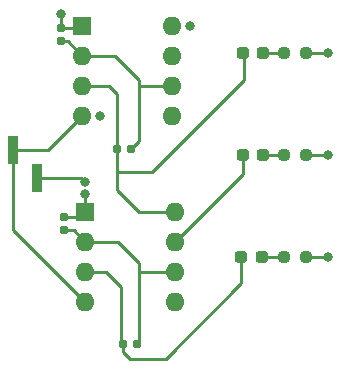
<source format=gbr>
%TF.GenerationSoftware,KiCad,Pcbnew,(6.0.1)*%
%TF.CreationDate,2022-06-16T19:17:59+05:45*%
%TF.ProjectId,Traffic Lights_555 timer,54726166-6669-4632-904c-69676874735f,rev?*%
%TF.SameCoordinates,Original*%
%TF.FileFunction,Copper,L1,Top*%
%TF.FilePolarity,Positive*%
%FSLAX46Y46*%
G04 Gerber Fmt 4.6, Leading zero omitted, Abs format (unit mm)*
G04 Created by KiCad (PCBNEW (6.0.1)) date 2022-06-16 19:17:59*
%MOMM*%
%LPD*%
G01*
G04 APERTURE LIST*
G04 Aperture macros list*
%AMRoundRect*
0 Rectangle with rounded corners*
0 $1 Rounding radius*
0 $2 $3 $4 $5 $6 $7 $8 $9 X,Y pos of 4 corners*
0 Add a 4 corners polygon primitive as box body*
4,1,4,$2,$3,$4,$5,$6,$7,$8,$9,$2,$3,0*
0 Add four circle primitives for the rounded corners*
1,1,$1+$1,$2,$3*
1,1,$1+$1,$4,$5*
1,1,$1+$1,$6,$7*
1,1,$1+$1,$8,$9*
0 Add four rect primitives between the rounded corners*
20,1,$1+$1,$2,$3,$4,$5,0*
20,1,$1+$1,$4,$5,$6,$7,0*
20,1,$1+$1,$6,$7,$8,$9,0*
20,1,$1+$1,$8,$9,$2,$3,0*%
G04 Aperture macros list end*
%TA.AperFunction,SMDPad,CuDef*%
%ADD10R,0.850000X2.350000*%
%TD*%
%TA.AperFunction,ComponentPad*%
%ADD11R,1.600000X1.600000*%
%TD*%
%TA.AperFunction,ComponentPad*%
%ADD12O,1.600000X1.600000*%
%TD*%
%TA.AperFunction,SMDPad,CuDef*%
%ADD13RoundRect,0.237500X-0.250000X-0.237500X0.250000X-0.237500X0.250000X0.237500X-0.250000X0.237500X0*%
%TD*%
%TA.AperFunction,SMDPad,CuDef*%
%ADD14RoundRect,0.160000X0.197500X0.160000X-0.197500X0.160000X-0.197500X-0.160000X0.197500X-0.160000X0*%
%TD*%
%TA.AperFunction,SMDPad,CuDef*%
%ADD15RoundRect,0.237500X0.287500X0.237500X-0.287500X0.237500X-0.287500X-0.237500X0.287500X-0.237500X0*%
%TD*%
%TA.AperFunction,SMDPad,CuDef*%
%ADD16RoundRect,0.237500X-0.287500X-0.237500X0.287500X-0.237500X0.287500X0.237500X-0.287500X0.237500X0*%
%TD*%
%TA.AperFunction,SMDPad,CuDef*%
%ADD17RoundRect,0.155000X-0.155000X0.212500X-0.155000X-0.212500X0.155000X-0.212500X0.155000X0.212500X0*%
%TD*%
%TA.AperFunction,SMDPad,CuDef*%
%ADD18RoundRect,0.155000X0.155000X-0.212500X0.155000X0.212500X-0.155000X0.212500X-0.155000X-0.212500X0*%
%TD*%
%TA.AperFunction,ViaPad*%
%ADD19C,0.800000*%
%TD*%
%TA.AperFunction,Conductor*%
%ADD20C,0.250000*%
%TD*%
G04 APERTURE END LIST*
D10*
%TO.P,J1,1,Pin_1*%
%TO.N,VCC*%
X19828000Y-33623000D03*
%TO.P,J1,2,Pin_2*%
%TO.N,GND*%
X21828000Y-35973000D03*
%TD*%
D11*
%TO.P,U2,1,GND*%
%TO.N,GND*%
X25918000Y-38872000D03*
D12*
%TO.P,U2,2,TR*%
%TO.N,Net-(C2-Pad2)*%
X25918000Y-41412000D03*
%TO.P,U2,3,Q*%
%TO.N,GREEN*%
X25918000Y-43952000D03*
%TO.P,U2,4,R*%
%TO.N,VCC*%
X25918000Y-46492000D03*
%TO.P,U2,5,CV*%
%TO.N,unconnected-(U2-Pad5)*%
X33538000Y-46492000D03*
%TO.P,U2,6,THR*%
%TO.N,Net-(C2-Pad2)*%
X33538000Y-43952000D03*
%TO.P,U2,7,DIS*%
%TO.N,YELLOW*%
X33538000Y-41412000D03*
%TO.P,U2,8,VCC*%
%TO.N,RED*%
X33538000Y-38872000D03*
%TD*%
D11*
%TO.P,U1,1,GND*%
%TO.N,GND*%
X25664000Y-23124000D03*
D12*
%TO.P,U1,2,TR*%
%TO.N,Net-(C1-Pad1)*%
X25664000Y-25664000D03*
%TO.P,U1,3,Q*%
%TO.N,RED*%
X25664000Y-28204000D03*
%TO.P,U1,4,R*%
%TO.N,VCC*%
X25664000Y-30744000D03*
%TO.P,U1,5,CV*%
%TO.N,unconnected-(U1-Pad5)*%
X33284000Y-30744000D03*
%TO.P,U1,6,THR*%
%TO.N,Net-(C1-Pad1)*%
X33284000Y-28204000D03*
%TO.P,U1,7,DIS*%
%TO.N,unconnected-(U1-Pad7)*%
X33284000Y-25664000D03*
%TO.P,U1,8,VCC*%
%TO.N,VCC*%
X33284000Y-23124000D03*
%TD*%
D13*
%TO.P,R5,1*%
%TO.N,Net-(D3-Pad1)*%
X42775500Y-42672000D03*
%TO.P,R5,2*%
%TO.N,GND*%
X44600500Y-42672000D03*
%TD*%
%TO.P,R4,2*%
%TO.N,VCC*%
X44600500Y-34036000D03*
%TO.P,R4,1*%
%TO.N,Net-(D2-Pad2)*%
X42775500Y-34036000D03*
%TD*%
%TO.P,R3,1*%
%TO.N,Net-(D1-Pad2)*%
X42775500Y-25400000D03*
%TO.P,R3,2*%
%TO.N,VCC*%
X44600500Y-25400000D03*
%TD*%
D14*
%TO.P,R2,1*%
%TO.N,Net-(C2-Pad2)*%
X30315500Y-50038000D03*
%TO.P,R2,2*%
%TO.N,GREEN*%
X29120500Y-50038000D03*
%TD*%
%TO.P,R1,1*%
%TO.N,Net-(C1-Pad1)*%
X29807500Y-33528000D03*
%TO.P,R1,2*%
%TO.N,RED*%
X28612500Y-33528000D03*
%TD*%
D15*
%TO.P,D3,1,K*%
%TO.N,Net-(D3-Pad1)*%
X40894000Y-42672000D03*
%TO.P,D3,2,A*%
%TO.N,GREEN*%
X39144000Y-42672000D03*
%TD*%
D16*
%TO.P,D2,2,A*%
%TO.N,Net-(D2-Pad2)*%
X41007000Y-34036000D03*
%TO.P,D2,1,K*%
%TO.N,YELLOW*%
X39257000Y-34036000D03*
%TD*%
%TO.P,D1,1,K*%
%TO.N,RED*%
X39257000Y-25400000D03*
%TO.P,D1,2,A*%
%TO.N,Net-(D1-Pad2)*%
X41007000Y-25400000D03*
%TD*%
D17*
%TO.P,C2,1*%
%TO.N,GND*%
X24130000Y-39310500D03*
%TO.P,C2,2*%
%TO.N,Net-(C2-Pad2)*%
X24130000Y-40445500D03*
%TD*%
D18*
%TO.P,C1,1*%
%TO.N,Net-(C1-Pad1)*%
X23876000Y-24443500D03*
%TO.P,C1,2*%
%TO.N,GND*%
X23876000Y-23308500D03*
%TD*%
D19*
%TO.N,VCC*%
X27178000Y-30734000D03*
X46482000Y-34036000D03*
X46482000Y-25400000D03*
X34798000Y-23114000D03*
%TO.N,GND*%
X23876000Y-22098000D03*
X25908000Y-36322000D03*
X25908000Y-37338000D03*
X46482000Y-42672000D03*
%TD*%
D20*
%TO.N,GREEN*%
X29120500Y-50710500D02*
X29120500Y-50038000D01*
X29718000Y-51308000D02*
X29120500Y-50710500D01*
X28956000Y-49873500D02*
X29120500Y-50038000D01*
X28956000Y-45212000D02*
X28956000Y-49873500D01*
%TO.N,Net-(C2-Pad2)*%
X30480000Y-49873500D02*
X30315500Y-50038000D01*
X30480000Y-43942000D02*
X30480000Y-49873500D01*
%TO.N,GND*%
X44600500Y-42672000D02*
X46482000Y-42672000D01*
X23876000Y-22098000D02*
X23876000Y-23308500D01*
X25918000Y-37348000D02*
X25908000Y-37338000D01*
X25918000Y-38872000D02*
X25918000Y-37348000D01*
X25559000Y-35973000D02*
X25908000Y-36322000D01*
X21828000Y-35973000D02*
X25559000Y-35973000D01*
%TO.N,VCC*%
X19828000Y-40402000D02*
X25918000Y-46492000D01*
X19828000Y-33623000D02*
X19828000Y-40402000D01*
X22785000Y-33623000D02*
X25664000Y-30744000D01*
X19828000Y-33623000D02*
X22785000Y-33623000D01*
X44600500Y-25400000D02*
X46482000Y-25400000D01*
X44600500Y-34036000D02*
X46482000Y-34036000D01*
%TO.N,Net-(C1-Pad1)*%
X30480000Y-28194000D02*
X30490000Y-28204000D01*
X30490000Y-28204000D02*
X33284000Y-28204000D01*
X30480000Y-28194000D02*
X30480000Y-32855500D01*
X30480000Y-27686000D02*
X30480000Y-28194000D01*
X30480000Y-32855500D02*
X29807500Y-33528000D01*
X28458000Y-25664000D02*
X30480000Y-27686000D01*
X25664000Y-25664000D02*
X28458000Y-25664000D01*
%TO.N,RED*%
X28612500Y-28866500D02*
X28612500Y-33528000D01*
X27950000Y-28204000D02*
X28612500Y-28866500D01*
X25664000Y-28204000D02*
X27950000Y-28204000D01*
%TO.N,Net-(C1-Pad1)*%
X24443500Y-24443500D02*
X25664000Y-25664000D01*
X23876000Y-24443500D02*
X24443500Y-24443500D01*
%TO.N,GND*%
X25479500Y-23308500D02*
X25664000Y-23124000D01*
X23876000Y-23308500D02*
X25479500Y-23308500D01*
%TO.N,Net-(C2-Pad2)*%
X24951500Y-40445500D02*
X25918000Y-41412000D01*
X24130000Y-40445500D02*
X24951500Y-40445500D01*
%TO.N,GND*%
X25479500Y-39310500D02*
X25918000Y-38872000D01*
X24130000Y-39310500D02*
X25479500Y-39310500D01*
%TO.N,GREEN*%
X27696000Y-43952000D02*
X28956000Y-45212000D01*
X25918000Y-43952000D02*
X27696000Y-43952000D01*
%TO.N,Net-(C2-Pad2)*%
X30490000Y-43952000D02*
X33538000Y-43952000D01*
X30480000Y-43942000D02*
X30490000Y-43952000D01*
X30480000Y-43180000D02*
X30480000Y-43942000D01*
X28712000Y-41412000D02*
X30480000Y-43180000D01*
X25918000Y-41412000D02*
X28712000Y-41412000D01*
%TO.N,RED*%
X39370000Y-27686000D02*
X39370000Y-25513000D01*
X31585500Y-35470500D02*
X39370000Y-27686000D01*
X28612500Y-35470500D02*
X31585500Y-35470500D01*
X39370000Y-25513000D02*
X39257000Y-25400000D01*
X28612500Y-35470500D02*
X28612500Y-36994500D01*
X28612500Y-33528000D02*
X28612500Y-35470500D01*
X30490000Y-38872000D02*
X33538000Y-38872000D01*
X28612500Y-36994500D02*
X30490000Y-38872000D01*
%TO.N,GREEN*%
X39144000Y-44930000D02*
X39144000Y-42672000D01*
X32766000Y-51308000D02*
X39144000Y-44930000D01*
X29718000Y-51308000D02*
X32766000Y-51308000D01*
%TO.N,YELLOW*%
X39257000Y-35693000D02*
X39257000Y-34036000D01*
X33538000Y-41412000D02*
X39257000Y-35693000D01*
%TO.N,Net-(D3-Pad1)*%
X40894000Y-42672000D02*
X42775500Y-42672000D01*
%TO.N,Net-(D2-Pad2)*%
X41007000Y-34036000D02*
X42775500Y-34036000D01*
%TO.N,Net-(D1-Pad2)*%
X41007000Y-25400000D02*
X42775500Y-25400000D01*
%TD*%
M02*

</source>
